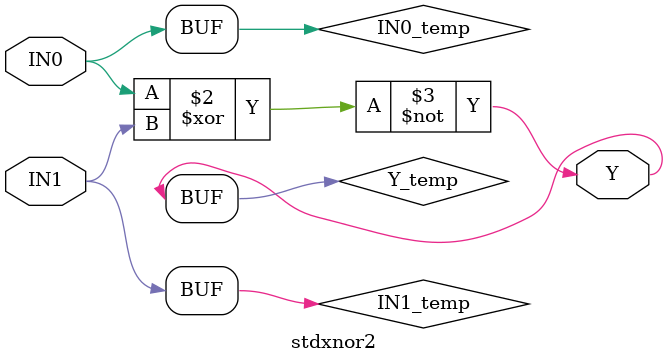
<source format=v>
module stdxnor2(IN0,IN1,Y);
  parameter
        d_IN0_r = 0,
        d_IN0_f = 0,
        d_IN1_r = 0,
        d_IN1_f = 0,
        d_Y_r = 1,
        d_Y_f = 1;
  input  IN0;
  input  IN1;
  output  Y;
  wire  IN0_temp;
  wire  IN1_temp;
  reg  Y_temp;
  assign #(d_IN0_r,d_IN0_f) IN0_temp = IN0;
  assign #(d_IN1_r,d_IN1_f) IN1_temp = IN1;
  assign #(d_Y_r,d_Y_f) Y = Y_temp;
  always
    @(IN0_temp or IN1_temp)
      begin
      Y_temp = ( ~ (IN0_temp ^ IN1_temp));
      end
endmodule

</source>
